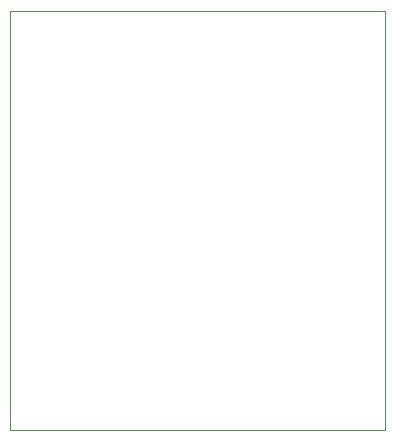
<source format=gbr>
G04 #@! TF.GenerationSoftware,KiCad,Pcbnew,5.1.2*
G04 #@! TF.CreationDate,2019-05-05T18:37:35+02:00*
G04 #@! TF.ProjectId,driverboard,64726976-6572-4626-9f61-72642e6b6963,rev?*
G04 #@! TF.SameCoordinates,Original*
G04 #@! TF.FileFunction,Profile,NP*
%FSLAX46Y46*%
G04 Gerber Fmt 4.6, Leading zero omitted, Abs format (unit mm)*
G04 Created by KiCad (PCBNEW 5.1.2) date 2019-05-05 18:37:35*
%MOMM*%
%LPD*%
G04 APERTURE LIST*
%ADD10C,0.050000*%
G04 APERTURE END LIST*
D10*
X128750000Y-98000000D02*
X97000000Y-98000000D01*
X128750000Y-133500000D02*
X128750000Y-98000000D01*
X97000000Y-133500000D02*
X128750000Y-133500000D01*
X97000000Y-98000000D02*
X97000000Y-133500000D01*
M02*

</source>
